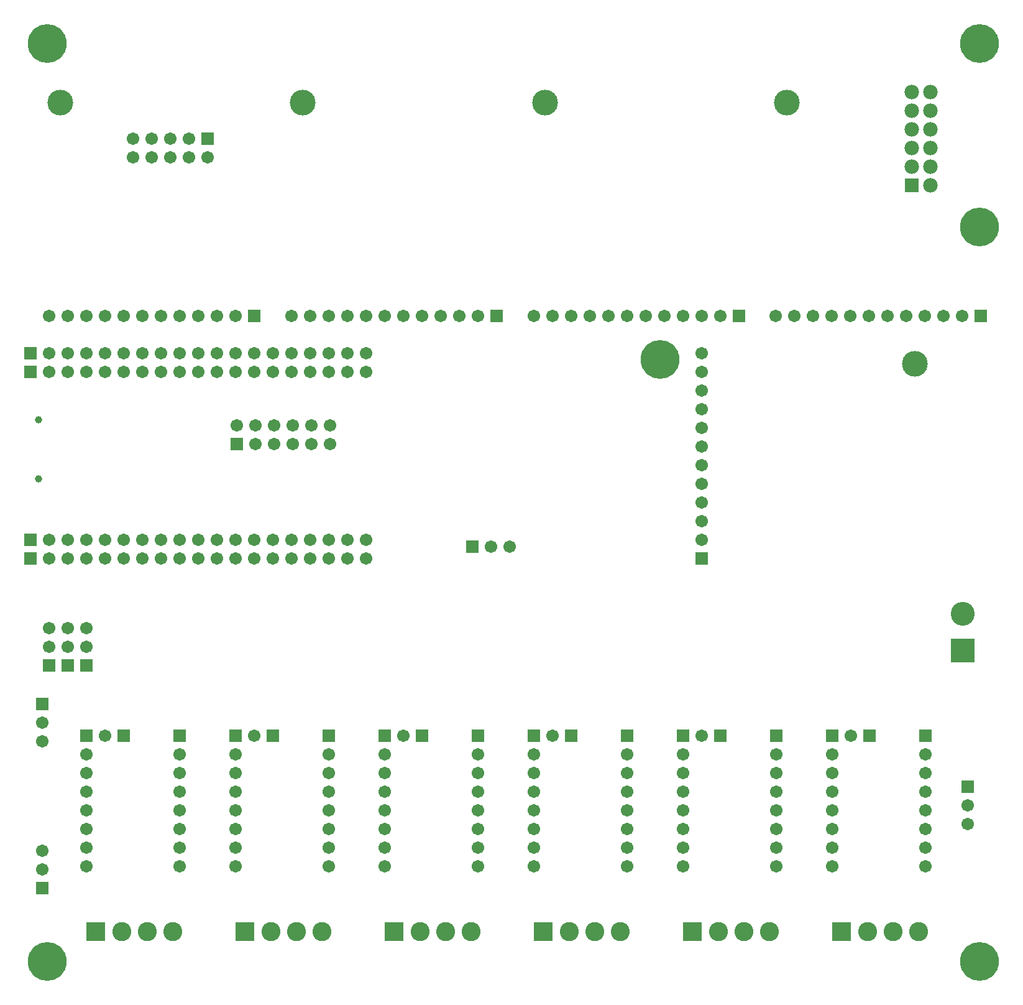
<source format=gbr>
G04 DipTrace 4.1.0.0*
G04 BottomMask.gbr*
%MOIN*%
G04 #@! TF.FileFunction,Soldermask,Bot*
G04 #@! TF.Part,Single*
%ADD60C,0.137795*%
%ADD61C,0.03937*%
%ADD75C,0.128*%
%ADD77R,0.128X0.128*%
%ADD79C,0.102488*%
%ADD81R,0.102488X0.102488*%
%ADD91C,0.208*%
%ADD97C,0.078*%
%ADD99R,0.078X0.078*%
%ADD101C,0.067055*%
%ADD103R,0.067055X0.067055*%
%FSLAX26Y26*%
G04*
G70*
G90*
G75*
G01*
G04 BotMask*
%LPD*%
D103*
X944000Y1744000D3*
D101*
X844000D3*
D103*
X744000D3*
D101*
Y1644000D3*
Y1544000D3*
Y1444000D3*
Y1344000D3*
Y1244000D3*
Y1144000D3*
Y1044000D3*
D103*
X1244000Y1744000D3*
D101*
Y1644000D3*
Y1544000D3*
Y1444000D3*
Y1344000D3*
Y1244000D3*
Y1144000D3*
Y1044000D3*
D103*
X444000Y3794000D3*
D101*
X544000D3*
X644000D3*
X744000D3*
X844000D3*
X944000D3*
X1044000D3*
X1144000D3*
X1244000D3*
X1344000D3*
X1444000D3*
X1544000D3*
X1644000D3*
X1744000D3*
X1844000D3*
X1944000D3*
X2044000D3*
X2144000D3*
X2244000D3*
D103*
X444000Y3694000D3*
D101*
X544000D3*
X644000D3*
X744000D3*
X844000D3*
X944000D3*
X1044000D3*
X1144000D3*
X1244000D3*
X1344000D3*
X1444000D3*
X1544000D3*
X1644000D3*
X1744000D3*
X1844000D3*
X1944000D3*
X2044000D3*
X2144000D3*
X2244000D3*
D103*
X444000Y2694000D3*
D101*
X544000D3*
X644000D3*
X744000D3*
X844000D3*
X944000D3*
X1044000D3*
X1144000D3*
X1244000D3*
X1344000D3*
X1444000D3*
X1544000D3*
X1644000D3*
X1744000D3*
X1844000D3*
X1944000D3*
X2044000D3*
X2144000D3*
X2244000D3*
D103*
X444000Y2794000D3*
D101*
X544000D3*
X644000D3*
X744000D3*
X844000D3*
X944000D3*
X1044000D3*
X1144000D3*
X1244000D3*
X1344000D3*
X1444000D3*
X1544000D3*
X1644000D3*
X1744000D3*
X1844000D3*
X1944000D3*
X2044000D3*
X2144000D3*
X2244000D3*
D103*
X1744000Y1744000D3*
D101*
X1644000D3*
D103*
X1544000D3*
D101*
Y1644000D3*
Y1544000D3*
Y1444000D3*
Y1344000D3*
Y1244000D3*
Y1144000D3*
Y1044000D3*
D103*
X2044000Y1744000D3*
D101*
Y1644000D3*
Y1544000D3*
Y1444000D3*
Y1344000D3*
Y1244000D3*
Y1144000D3*
Y1044000D3*
D103*
X1394000Y4944000D3*
D101*
Y4844000D3*
X1294000Y4944000D3*
Y4844000D3*
X1194000Y4944000D3*
Y4844000D3*
X1094000Y4944000D3*
Y4844000D3*
X994000Y4944000D3*
Y4844000D3*
D103*
X2544000Y1744000D3*
D101*
X2444000D3*
D103*
X2344000D3*
D101*
Y1644000D3*
Y1544000D3*
Y1444000D3*
Y1344000D3*
Y1244000D3*
Y1144000D3*
Y1044000D3*
D103*
X2844000Y1744000D3*
D101*
Y1644000D3*
Y1544000D3*
Y1444000D3*
Y1344000D3*
Y1244000D3*
Y1144000D3*
Y1044000D3*
D103*
X3344000Y1744000D3*
D101*
X3244000D3*
D103*
X3144000D3*
D101*
Y1644000D3*
Y1544000D3*
Y1444000D3*
Y1344000D3*
Y1244000D3*
Y1144000D3*
Y1044000D3*
D103*
X3644000Y1744000D3*
D101*
Y1644000D3*
Y1544000D3*
Y1444000D3*
Y1344000D3*
Y1244000D3*
Y1144000D3*
Y1044000D3*
D103*
X1551480Y3306598D3*
D101*
Y3406598D3*
X1651480Y3306598D3*
Y3406598D3*
X1751480Y3306598D3*
Y3406598D3*
X1851480Y3306598D3*
Y3406598D3*
X1951480Y3306598D3*
Y3406598D3*
X2051480Y3306598D3*
Y3406598D3*
D103*
X4144000Y1744000D3*
D101*
X4044000D3*
D103*
X3944000D3*
D101*
Y1644000D3*
Y1544000D3*
Y1444000D3*
Y1344000D3*
Y1244000D3*
Y1144000D3*
Y1044000D3*
D103*
X4444000Y1744000D3*
D101*
Y1644000D3*
Y1544000D3*
Y1444000D3*
Y1344000D3*
Y1244000D3*
Y1144000D3*
Y1044000D3*
D103*
X2812749Y2756500D3*
D101*
X2912749D3*
X3012749D3*
D103*
X5469000Y1469000D3*
D101*
Y1369000D3*
Y1269000D3*
D103*
X506500Y1912749D3*
D101*
Y1812749D3*
Y1712749D3*
D99*
X5169000Y4694000D3*
D97*
X5269000D3*
X5169000Y4794000D3*
X5269000D3*
X5169000Y4894000D3*
X5269000D3*
X5169000Y4994000D3*
X5269000D3*
X5169000Y5094000D3*
X5269000D3*
X5169000Y5194000D3*
X5269000D3*
D103*
X4944000Y1744000D3*
D101*
X4844000D3*
D103*
X4744000D3*
D101*
Y1644000D3*
Y1544000D3*
Y1444000D3*
Y1344000D3*
Y1244000D3*
Y1144000D3*
Y1044000D3*
D103*
X5244000Y1744000D3*
D101*
Y1644000D3*
Y1544000D3*
Y1444000D3*
Y1344000D3*
Y1244000D3*
Y1144000D3*
Y1044000D3*
D103*
X744000Y2119000D3*
D101*
Y2219000D3*
Y2319000D3*
D103*
X544000Y2119000D3*
D101*
Y2219000D3*
Y2319000D3*
D103*
X506500Y925249D3*
D101*
Y1025249D3*
Y1125249D3*
D103*
X644000Y2119000D3*
D101*
Y2219000D3*
Y2319000D3*
D91*
X5531795Y531795D3*
Y5453055D3*
X531795D3*
Y531795D3*
X3819199Y3760100D3*
X5531801Y4468801D3*
D103*
X1644005Y3994000D3*
D101*
X1544005D3*
X1444005D3*
X1344005D3*
X1244005D3*
X1144005D3*
X1044005D3*
X944005D3*
X844014D3*
X744014D3*
X644014D3*
X544014D3*
D60*
X601874Y5135732D3*
D103*
X2944005Y3994000D3*
D101*
X2844005D3*
X2744005D3*
X2644005D3*
X2544005D3*
X2444005D3*
X2344005D3*
X2244005D3*
X2144014D3*
X2044014D3*
X1944014D3*
X1844014D3*
D60*
X1901874Y5135732D3*
D103*
X4244005Y3994000D3*
D101*
X4144005D3*
X4044005D3*
X3944005D3*
X3844005D3*
X3744005D3*
X3644005D3*
X3544005D3*
X3444014D3*
X3344014D3*
X3244014D3*
X3144014D3*
D60*
X3201874Y5135732D3*
D103*
X5540406Y3994000D3*
D101*
X5440406D3*
X5340406D3*
X5240406D3*
X5140406D3*
X5040406D3*
X4940406D3*
X4840406D3*
X4740415D3*
X4640415D3*
X4540415D3*
X4440415D3*
D60*
X4498274Y5135732D3*
D103*
X4044000Y2694008D3*
D101*
Y2794008D3*
Y2894008D3*
Y2994008D3*
Y3094008D3*
Y3194008D3*
Y3294008D3*
Y3394008D3*
Y3493999D3*
Y3593999D3*
Y3693999D3*
Y3793999D3*
D60*
X5185732Y3736139D3*
D61*
X487898Y3435634D3*
Y3120673D3*
D81*
X793907Y694000D3*
D79*
X931702D3*
X1069497D3*
X1207293D3*
D81*
X1593907D3*
D79*
X1731702D3*
X1869497D3*
X2007293D3*
D81*
X2393907D3*
D79*
X2531702D3*
X2669497D3*
X2807293D3*
D77*
X5443999Y2200249D3*
D75*
Y2397100D3*
D81*
X3193907Y694000D3*
D79*
X3331702D3*
X3469497D3*
X3607293D3*
D81*
X3993907D3*
D79*
X4131702D3*
X4269497D3*
X4407293D3*
D81*
X4793907D3*
D79*
X4931702D3*
X5069497D3*
X5207293D3*
M02*

</source>
